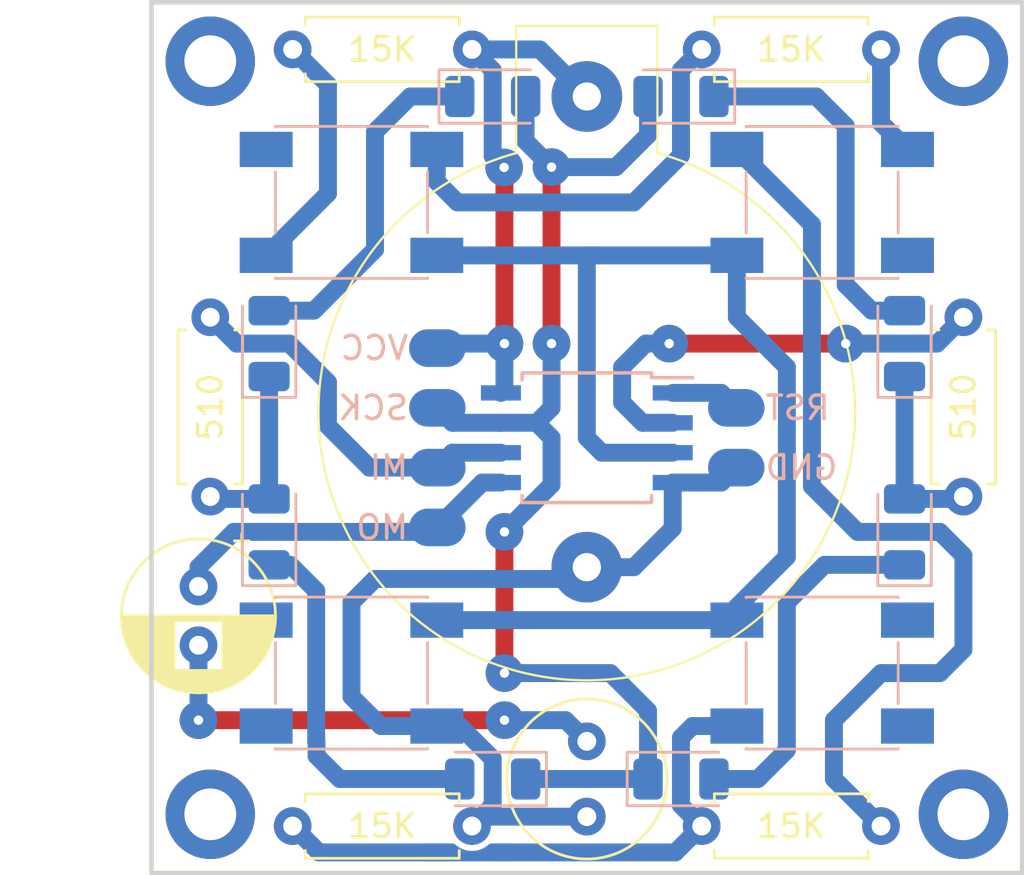
<source format=kicad_pcb>
(kicad_pcb (version 20221018) (generator pcbnew)
  (layers (0 "F.Cu" signal) (31 "B.Cu" signal) (34 "B.Paste" user) (35 "F.Paste" user) (36 "B.SilkS" user "B.Silkscreen") (37 "F.SilkS" user "F.Silkscreen") (38 "B.Mask" user) (39 "F.Mask" user) (44 "Edge.Cuts" user))
  (net 0 "")
  (net 1 "VCC")
  (net 2 "GND")
  (net 3 "Net-(BZ1--)")
  (net 4 "Net-(D1-K)")
  (net 5 "Net-(D1-A)")
  (net 6 "LEDC")
  (net 7 "Net-(D3-K)")
  (net 8 "Net-(D4-K)")
  (net 9 "Net-(D5-K)")
  (net 10 "Net-(D7-A)")
  (net 11 "LED2")
  (net 12 "LED1")
  (net 13 "Net-(R3-Pad1)")
  (net 14 "Net-(R3-Pad2)")
  (net 15 "Net-(R4-Pad2)")
  (net 16 "BTN")
  (net 17 "SND")
  (net 18 "RST")
  (net 21 "Net-(R6-Pad1)")
  (net 23 "Net-(R4-Pad1)")
  (footprint "MountingHole:MountingHole_2.2mm_M2_DIN965_Pad" (layer "F.Cu") (at 51 19)
    (fp_text reference "REF**" hide)
    (fp_text value "MountingHole_2.2mm_M2_DIN965_Pad" hide)
    (pad "1" thru_hole circle (at 0 0) (size 3.8 3.8) (drill 2.2) (layers "*.Cu" "*.Mask"))
  )
  (footprint "Resistor_THT:R_Axial_DIN0207_L6.3mm_D2.5mm_P7.62mm_Horizontal" (layer "F.Cu") (at 19 37.5 90)
    (fp_text reference "R1" hide)
    (fp_text value "510" (at 3.81 0 90) (layer "F.SilkS"))
    (fp_line (start 0.54 -1.37) (end 7.08 -1.37) (stroke (width 0.12)) (layer "F.SilkS"))
    (fp_line (start 0.54 -1.04) (end 0.54 -1.37) (stroke (width 0.12)) (layer "F.SilkS"))
    (fp_line (start 0.54 1.04) (end 0.54 1.37) (stroke (width 0.12)) (layer "F.SilkS"))
    (fp_line (start 0.54 1.37) (end 7.08 1.37) (stroke (width 0.12)) (layer "F.SilkS"))
    (fp_line (start 7.08 -1.37) (end 7.08 -1.04) (stroke (width 0.12)) (layer "F.SilkS"))
    (fp_line (start 7.08 1.37) (end 7.08 1.04) (stroke (width 0.12)) (layer "F.SilkS"))
    (pad "1" thru_hole circle (at 0 0 90) (size 1.6 1.6) (drill 0.8) (layers "*.Cu" "*.Mask") (net 4 "Net-(D1-K)"))
    (pad "2" thru_hole oval (at 7.62 0 90) (size 1.6 1.6) (drill 0.8) (layers "*.Cu" "*.Mask") (net 11 "LED2"))
  )
  (footprint "Capacitor_THT:CP_Radial_D6.3mm_P2.50mm" (layer "F.Cu") (at 18.5 41.317621 -90)
    (fp_text reference "C1" hide)
    (fp_text value "100uF")
    (fp_line (start -2.250241 -1.839) (end -1.620241 -1.839) (stroke (width 0.12)) (layer "F.SilkS"))
    (fp_line (start -1.935241 -2.154) (end -1.935241 -1.524) (stroke (width 0.12)) (layer "F.SilkS"))
    (fp_line (start 1.25 -3.23) (end 1.25 3.23) (stroke (width 0.12)) (layer "F.SilkS"))
    (fp_line (start 1.29 -3.23) (end 1.29 3.23) (stroke (width 0.12)) (layer "F.SilkS"))
    (fp_line (start 1.33 -3.23) (end 1.33 3.23) (stroke (width 0.12)) (layer "F.SilkS"))
    (fp_line (start 1.37 -3.228) (end 1.37 3.228) (stroke (width 0.12)) (layer "F.SilkS"))
    (fp_line (start 1.41 -3.227) (end 1.41 3.227) (stroke (width 0.12)) (layer "F.SilkS"))
    (fp_line (start 1.45 -3.224) (end 1.45 3.224) (stroke (width 0.12)) (layer "F.SilkS"))
    (fp_line (start 1.49 -3.222) (end 1.49 -1.04) (stroke (width 0.12)) (layer "F.SilkS"))
    (fp_line (start 1.49 1.04) (end 1.49 3.222) (stroke (width 0.12)) (layer "F.SilkS"))
    (fp_line (start 1.53 -3.218) (end 1.53 -1.04) (stroke (width 0.12)) (layer "F.SilkS"))
    (fp_line (start 1.53 1.04) (end 1.53 3.218) (stroke (width 0.12)) (layer "F.SilkS"))
    (fp_line (start 1.57 -3.215) (end 1.57 -1.04) (stroke (width 0.12)) (layer "F.SilkS"))
    (fp_line (start 1.57 1.04) (end 1.57 3.215) (stroke (width 0.12)) (layer "F.SilkS"))
    (fp_line (start 1.61 -3.211) (end 1.61 -1.04) (stroke (width 0.12)) (layer "F.SilkS"))
    (fp_line (start 1.61 1.04) (end 1.61 3.211) (stroke (width 0.12)) (layer "F.SilkS"))
    (fp_line (start 1.65 -3.206) (end 1.65 -1.04) (stroke (width 0.12)) (layer "F.SilkS"))
    (fp_line (start 1.65 1.04) (end 1.65 3.206) (stroke (width 0.12)) (layer "F.SilkS"))
    (fp_line (start 1.69 -3.201) (end 1.69 -1.04) (stroke (width 0.12)) (layer "F.SilkS"))
    (fp_line (start 1.69 1.04) (end 1.69 3.201) (stroke (width 0.12)) (layer "F.SilkS"))
    (fp_line (start 1.73 -3.195) (end 1.73 -1.04) (stroke (width 0.12)) (layer "F.SilkS"))
    (fp_line (start 1.73 1.04) (end 1.73 3.195) (stroke (width 0.12)) (layer "F.SilkS"))
    (fp_line (start 1.77 -3.189) (end 1.77 -1.04) (stroke (width 0.12)) (layer "F.SilkS"))
    (fp_line (start 1.77 1.04) (end 1.77 3.189) (stroke (width 0.12)) (layer "F.SilkS"))
    (fp_line (start 1.81 -3.182) (end 1.81 -1.04) (stroke (width 0.12)) (layer "F.SilkS"))
    (fp_line (start 1.81 1.04) (end 1.81 3.182) (stroke (width 0.12)) (layer "F.SilkS"))
    (fp_line (start 1.85 -3.175) (end 1.85 -1.04) (stroke (width 0.12)) (layer "F.SilkS"))
    (fp_line (start 1.85 1.04) (end 1.85 3.175) (stroke (width 0.12)) (layer "F.SilkS"))
    (fp_line (start 1.89 -3.167) (end 1.89 -1.04) (stroke (width 0.12)) (layer "F.SilkS"))
    (fp_line (start 1.89 1.04) (end 1.89 3.167) (stroke (width 0.12)) (layer "F.SilkS"))
    (fp_line (start 1.93 -3.159) (end 1.93 -1.04) (stroke (width 0.12)) (layer "F.SilkS"))
    (fp_line (start 1.93 1.04) (end 1.93 3.159) (stroke (width 0.12)) (layer "F.SilkS"))
    (fp_line (start 1.971 -3.15) (end 1.971 -1.04) (stroke (width 0.12)) (layer "F.SilkS"))
    (fp_line (start 1.971 1.04) (end 1.971 3.15) (stroke (width 0.12)) (layer "F.SilkS"))
    (fp_line (start 2.011 -3.141) (end 2.011 -1.04) (stroke (width 0.12)) (layer "F.SilkS"))
    (fp_line (start 2.011 1.04) (end 2.011 3.141) (stroke (width 0.12)) (layer "F.SilkS"))
    (fp_line (start 2.051 -3.131) (end 2.051 -1.04) (stroke (width 0.12)) (layer "F.SilkS"))
    (fp_line (start 2.051 1.04) (end 2.051 3.131) (stroke (width 0.12)) (layer "F.SilkS"))
    (fp_line (start 2.091 -3.121) (end 2.091 -1.04) (stroke (width 0.12)) (layer "F.SilkS"))
    (fp_line (start 2.091 1.04) (end 2.091 3.121) (stroke (width 0.12)) (layer "F.SilkS"))
    (fp_line (start 2.131 -3.11) (end 2.131 -1.04) (stroke (width 0.12)) (layer "F.SilkS"))
    (fp_line (start 2.131 1.04) (end 2.131 3.11) (stroke (width 0.12)) (layer "F.SilkS"))
    (fp_line (start 2.171 -3.098) (end 2.171 -1.04) (stroke (width 0.12)) (layer "F.SilkS"))
    (fp_line (start 2.171 1.04) (end 2.171 3.098) (stroke (width 0.12)) (layer "F.SilkS"))
    (fp_line (start 2.211 -3.086) (end 2.211 -1.04) (stroke (width 0.12)) (layer "F.SilkS"))
    (fp_line (start 2.211 1.04) (end 2.211 3.086) (stroke (width 0.12)) (layer "F.SilkS"))
    (fp_line (start 2.251 -3.074) (end 2.251 -1.04) (stroke (width 0.12)) (layer "F.SilkS"))
    (fp_line (start 2.251 1.04) (end 2.251 3.074) (stroke (width 0.12)) (layer "F.SilkS"))
    (fp_line (start 2.291 -3.061) (end 2.291 -1.04) (stroke (width 0.12)) (layer "F.SilkS"))
    (fp_line (start 2.291 1.04) (end 2.291 3.061) (stroke (width 0.12)) (layer "F.SilkS"))
    (fp_line (start 2.331 -3.047) (end 2.331 -1.04) (stroke (width 0.12)) (layer "F.SilkS"))
    (fp_line (start 2.331 1.04) (end 2.331 3.047) (stroke (width 0.12)) (layer "F.SilkS"))
    (fp_line (start 2.371 -3.033) (end 2.371 -1.04) (stroke (width 0.12)) (layer "F.SilkS"))
    (fp_line (start 2.371 1.04) (end 2.371 3.033) (stroke (width 0.12)) (layer "F.SilkS"))
    (fp_line (start 2.411 -3.018) (end 2.411 -1.04) (stroke (width 0.12)) (layer "F.SilkS"))
    (fp_line (start 2.411 1.04) (end 2.411 3.018) (stroke (width 0.12)) (layer "F.SilkS"))
    (fp_line (start 2.451 -3.002) (end 2.451 -1.04) (stroke (width 0.12)) (layer "F.SilkS"))
    (fp_line (start 2.451 1.04) (end 2.451 3.002) (stroke (width 0.12)) (layer "F.SilkS"))
    (fp_line (start 2.491 -2.986) (end 2.491 -1.04) (stroke (width 0.12)) (layer "F.SilkS"))
    (fp_line (start 2.491 1.04) (end 2.491 2.986) (stroke (width 0.12)) (layer "F.SilkS"))
    (fp_line (start 2.531 -2.97) (end 2.531 -1.04) (stroke (width 0.12)) (layer "F.SilkS"))
    (fp_line (start 2.531 1.04) (end 2.531 2.97) (stroke (width 0.12)) (layer "F.SilkS"))
    (fp_line (start 2.571 -2.952) (end 2.571 -1.04) (stroke (width 0.12)) (layer "F.SilkS"))
    (fp_line (start 2.571 1.04) (end 2.571 2.952) (stroke (width 0.12)) (layer "F.SilkS"))
    (fp_line (start 2.611 -2.934) (end 2.611 -1.04) (stroke (width 0.12)) (layer "F.SilkS"))
    (fp_line (start 2.611 1.04) (end 2.611 2.934) (stroke (width 0.12)) (layer "F.SilkS"))
    (fp_line (start 2.651 -2.916) (end 2.651 -1.04) (stroke (width 0.12)) (layer "F.SilkS"))
    (fp_line (start 2.651 1.04) (end 2.651 2.916) (stroke (width 0.12)) (layer "F.SilkS"))
    (fp_line (start 2.691 -2.896) (end 2.691 -1.04) (stroke (width 0.12)) (layer "F.SilkS"))
    (fp_line (start 2.691 1.04) (end 2.691 2.896) (stroke (width 0.12)) (layer "F.SilkS"))
    (fp_line (start 2.731 -2.876) (end 2.731 -1.04) (stroke (width 0.12)) (layer "F.SilkS"))
    (fp_line (start 2.731 1.04) (end 2.731 2.876) (stroke (width 0.12)) (layer "F.SilkS"))
    (fp_line (start 2.771 -2.856) (end 2.771 -1.04) (stroke (width 0.12)) (layer "F.SilkS"))
    (fp_line (start 2.771 1.04) (end 2.771 2.856) (stroke (width 0.12)) (layer "F.SilkS"))
    (fp_line (start 2.811 -2.834) (end 2.811 -1.04) (stroke (width 0.12)) (layer "F.SilkS"))
    (fp_line (start 2.811 1.04) (end 2.811 2.834) (stroke (width 0.12)) (layer "F.SilkS"))
    (fp_line (start 2.851 -2.812) (end 2.851 -1.04) (stroke (width 0.12)) (layer "F.SilkS"))
    (fp_line (start 2.851 1.04) (end 2.851 2.812) (stroke (width 0.12)) (layer "F.SilkS"))
    (fp_line (start 2.891 -2.79) (end 2.891 -1.04) (stroke (width 0.12)) (layer "F.SilkS"))
    (fp_line (start 2.891 1.04) (end 2.891 2.79) (stroke (width 0.12)) (layer "F.SilkS"))
    (fp_line (start 2.931 -2.766) (end 2.931 -1.04) (stroke (width 0.12)) (layer "F.SilkS"))
    (fp_line (start 2.931 1.04) (end 2.931 2.766) (stroke (width 0.12)) (layer "F.SilkS"))
    (fp_line (start 2.971 -2.742) (end 2.971 -1.04) (stroke (width 0.12)) (layer "F.SilkS"))
    (fp_line (start 2.971 1.04) (end 2.971 2.742) (stroke (width 0.12)) (layer "F.SilkS"))
    (fp_line (start 3.011 -2.716) (end 3.011 -1.04) (stroke (width 0.12)) (layer "F.SilkS"))
    (fp_line (start 3.011 1.04) (end 3.011 2.716) (stroke (width 0.12)) (layer "F.SilkS"))
    (fp_line (start 3.051 -2.69) (end 3.051 -1.04) (stroke (width 0.12)) (layer "F.SilkS"))
    (fp_line (start 3.051 1.04) (end 3.051 2.69) (stroke (width 0.12)) (layer "F.SilkS"))
    (fp_line (start 3.091 -2.664) (end 3.091 -1.04) (stroke (width 0.12)) (layer "F.SilkS"))
    (fp_line (start 3.091 1.04) (end 3.091 2.664) (stroke (width 0.12)) (layer "F.SilkS"))
    (fp_line (start 3.131 -2.636) (end 3.131 -1.04) (stroke (width 0.12)) (layer "F.SilkS"))
    (fp_line (start 3.131 1.04) (end 3.131 2.636) (stroke (width 0.12)) (layer "F.SilkS"))
    (fp_line (start 3.171 -2.607) (end 3.171 -1.04) (stroke (width 0.12)) (layer "F.SilkS"))
    (fp_line (start 3.171 1.04) (end 3.171 2.607) (stroke (width 0.12)) (layer "F.SilkS"))
    (fp_line (start 3.211 -2.578) (end 3.211 -1.04) (stroke (width 0.12)) (layer "F.SilkS"))
    (fp_line (start 3.211 1.04) (end 3.211 2.578) (stroke (width 0.12)) (layer "F.SilkS"))
    (fp_line (start 3.251 -2.548) (end 3.251 -1.04) (stroke (width 0.12)) (layer "F.SilkS"))
    (fp_line (start 3.251 1.04) (end 3.251 2.548) (stroke (width 0.12)) (layer "F.SilkS"))
    (fp_line (start 3.291 -2.516) (end 3.291 -1.04) (stroke (width 0.12)) (layer "F.SilkS"))
    (fp_line (start 3.291 1.04) (end 3.291 2.516) (stroke (width 0.12)) (layer "F.SilkS"))
    (fp_line (start 3.331 -2.484) (end 3.331 -1.04) (stroke (width 0.12)) (layer "F.SilkS"))
    (fp_line (start 3.331 1.04) (end 3.331 2.484) (stroke (width 0.12)) (layer "F.SilkS"))
    (fp_line (start 3.371 -2.45) (end 3.371 -1.04) (stroke (width 0.12)) (layer "F.SilkS"))
    (fp_line (start 3.371 1.04) (end 3.371 2.45) (stroke (width 0.12)) (layer "F.SilkS"))
    (fp_line (start 3.411 -2.416) (end 3.411 -1.04) (stroke (width 0.12)) (layer "F.SilkS"))
    (fp_line (start 3.411 1.04) (end 3.411 2.416) (stroke (width 0.12)) (layer "F.SilkS"))
    (fp_line (start 3.451 -2.38) (end 3.451 -1.04) (stroke (width 0.12)) (layer "F.SilkS"))
    (fp_line (start 3.451 1.04) (end 3.451 2.38) (stroke (width 0.12)) (layer "F.SilkS"))
    (fp_line (start 3.491 -2.343) (end 3.491 -1.04) (stroke (width 0.12)) (layer "F.SilkS"))
    (fp_line (start 3.491 1.04) (end 3.491 2.343) (stroke (width 0.12)) (layer "F.SilkS"))
    (fp_line (start 3.531 -2.305) (end 3.531 -1.04) (stroke (width 0.12)) (layer "F.SilkS"))
    (fp_line (start 3.531 1.04) (end 3.531 2.305) (stroke (width 0.12)) (layer "F.SilkS"))
    (fp_line (start 3.571 -2.265) (end 3.571 2.265) (stroke (width 0.12)) (layer "F.SilkS"))
    (fp_line (start 3.611 -2.224) (end 3.611 2.224) (stroke (width 0.12)) (layer "F.SilkS"))
    (fp_line (start 3.651 -2.182) (end 3.651 2.182) (stroke (width 0.12)) (layer "F.SilkS"))
    (fp_line (start 3.691 -2.137) (end 3.691 2.137) (stroke (width 0.12)) (layer "F.SilkS"))
    (fp_line (start 3.731 -2.092) (end 3.731 2.092) (stroke (width 0.12)) (layer "F.SilkS"))
    (fp_line (start 3.771 -2.044) (end 3.771 2.044) (stroke (width 0.12)) (layer "F.SilkS"))
    (fp_line (start 3.811 -1.995) (end 3.811 1.995) (stroke (width 0.12)) (layer "F.SilkS"))
    (fp_line (start 3.851 -1.944) (end 3.851 1.944) (stroke (width 0.12)) (layer "F.SilkS"))
    (fp_line (start 3.891 -1.89) (end 3.891 1.89) (stroke (width 0.12)) (layer "F.SilkS"))
    (fp_line (start 3.931 -1.834) (end 3.931 1.834) (stroke (width 0.12)) (layer "F.SilkS"))
    (fp_line (start 3.971 -1.776) (end 3.971 1.776) (stroke (width 0.12)) (layer "F.SilkS"))
    (fp_line (start 4.011 -1.714) (end 4.011 1.714) (stroke (width 0.12)) (layer "F.SilkS"))
    (fp_line (start 4.051 -1.65) (end 4.051 1.65) (stroke (width 0.12)) (layer "F.SilkS"))
    (fp_line (start 4.091 -1.581) (end 4.091 1.581) (stroke (width 0.12)) (layer "F.SilkS"))
    (fp_line (start 4.131 -1.509) (end 4.131 1.509) (stroke (width 0.12)) (layer "F.SilkS"))
    (fp_line (start 4.171 -1.432) (end 4.171 1.432) (stroke (width 0.12)) (layer "F.SilkS"))
    (fp_line (start 4.211 -1.35) (end 4.211 1.35) (stroke (width 0.12)) (layer "F.SilkS"))
    (fp_line (start 4.251 -1.262) (end 4.251 1.262) (stroke (width 0.12)) (layer "F.SilkS"))
    (fp_line (start 4.291 -1.165) (end 4.291 1.165) (stroke (width 0.12)) (layer "F.SilkS"))
    (fp_line (start 4.331 -1.059) (end 4.331 1.059) (stroke (width 0.12)) (layer "F.SilkS"))
    (fp_line (start 4.371 -0.94) (end 4.371 0.94) (stroke (width 0.12)) (layer "F.SilkS"))
    (fp_line (start 4.411 -0.802) (end 4.411 0.802) (stroke (width 0.12)) (layer "F.SilkS"))
    (fp_line (start 4.451 -0.633) (end 4.451 0.633) (stroke (width 0.12)) (layer "F.SilkS"))
    (fp_line (start 4.491 -0.402) (end 4.491 0.402) (stroke (width 0.12)) (layer "F.SilkS"))
    (fp_circle (center 1.25 0) (end 4.52 0) (stroke (width 0.12)) (fill none) (layer "F.SilkS"))
    (pad "1" thru_hole circle (at 0 0 270) (size 1.6 1.6) (drill 0.8) (layers "*.Cu" "*.Mask") (net 17 "SND"))
    (pad "2" thru_hole circle (at 2.5 0 270) (size 1.6 1.6) (drill 0.8) (layers "*.Cu" "*.Mask") (net 3 "Net-(BZ1--)"))
  )
  (footprint "Buzzer_Beeper:MagneticBuzzer_Kingstate_KCG0601" (layer "F.Cu") (at 35 47.9 -90)
    (fp_text reference "BZ1" hide)
    (fp_text value "Buzzer" hide)
    (fp_circle (center 1.6 0) (end 5 0) (stroke (width 0.12)) (fill none) (layer "F.SilkS"))
    (pad "1" thru_hole circle (at 0 0 270) (size 1.6 1.6) (drill 0.8) (layers "*.Cu" "*.Mask") (net 3 "Net-(BZ1--)"))
    (pad "2" thru_hole circle (at 3.2 0 270) (size 1.6 1.6) (drill 0.8) (layers "*.Cu" "*.Mask") (net 2 "GND"))
  )
  (footprint "Resistor_THT:R_Axial_DIN0207_L6.3mm_D2.5mm_P7.62mm_Horizontal" (layer "F.Cu") (at 47.5 51.5 180)
    (fp_text reference "R4" hide)
    (fp_text value "15K" (at 3.81 0) (layer "F.SilkS"))
    (fp_line (start 0.54 -1.37) (end 7.08 -1.37) (stroke (width 0.12)) (layer "F.SilkS"))
    (fp_line (start 0.54 -1.04) (end 0.54 -1.37) (stroke (width 0.12)) (layer "F.SilkS"))
    (fp_line (start 0.54 1.04) (end 0.54 1.37) (stroke (width 0.12)) (layer "F.SilkS"))
    (fp_line (start 0.54 1.37) (end 7.08 1.37) (stroke (width 0.12)) (layer "F.SilkS"))
    (fp_line (start 7.08 -1.37) (end 7.08 -1.04) (stroke (width 0.12)) (layer "F.SilkS"))
    (fp_line (start 7.08 1.37) (end 7.08 1.04) (stroke (width 0.12)) (layer "F.SilkS"))
    (pad "1" thru_hole circle (at 0 0 180) (size 1.6 1.6) (drill 0.8) (layers "*.Cu" "*.Mask") (net 23 "Net-(R4-Pad1)"))
    (pad "2" thru_hole oval (at 7.62 0 180) (size 1.6 1.6) (drill 0.8) (layers "*.Cu" "*.Mask") (net 15 "Net-(R4-Pad2)"))
  )
  (footprint "Resistor_THT:R_Axial_DIN0207_L6.3mm_D2.5mm_P7.62mm_Horizontal" (layer "F.Cu") (at 22.5 51.5)
    (fp_text reference "R5" hide)
    (fp_text value "15K" (at 3.81 0) (layer "F.SilkS"))
    (fp_line (start 0.54 -1.37) (end 7.08 -1.37) (stroke (width 0.12)) (layer "F.SilkS"))
    (fp_line (start 0.54 -1.04) (end 0.54 -1.37) (stroke (width 0.12)) (layer "F.SilkS"))
    (fp_line (start 0.54 1.04) (end 0.54 1.37) (stroke (width 0.12)) (layer "F.SilkS"))
    (fp_line (start 0.54 1.37) (end 7.08 1.37) (stroke (width 0.12)) (layer "F.SilkS"))
    (fp_line (start 7.08 -1.37) (end 7.08 -1.04) (stroke (width 0.12)) (layer "F.SilkS"))
    (fp_line (start 7.08 1.37) (end 7.08 1.04) (stroke (width 0.12)) (layer "F.SilkS"))
    (pad "1" thru_hole circle (at 0 0) (size 1.6 1.6) (drill 0.8) (layers "*.Cu" "*.Mask") (net 15 "Net-(R4-Pad2)"))
    (pad "2" thru_hole oval (at 7.62 0) (size 1.6 1.6) (drill 0.8) (layers "*.Cu" "*.Mask") (net 2 "GND"))
  )
  (footprint "Resistor_THT:R_Axial_DIN0207_L6.3mm_D2.5mm_P7.62mm_Horizontal" (layer "F.Cu") (at 51 37.5 90)
    (fp_text reference "R2" hide)
    (fp_text value "510" (at 3.81 0 90) (layer "F.SilkS"))
    (fp_line (start 0.54 -1.37) (end 7.08 -1.37) (stroke (width 0.12)) (layer "F.SilkS"))
    (fp_line (start 0.54 -1.04) (end 0.54 -1.37) (stroke (width 0.12)) (layer "F.SilkS"))
    (fp_line (start 0.54 1.04) (end 0.54 1.37) (stroke (width 0.12)) (layer "F.SilkS"))
    (fp_line (start 0.54 1.37) (end 7.08 1.37) (stroke (width 0.12)) (layer "F.SilkS"))
    (fp_line (start 7.08 -1.37) (end 7.08 -1.04) (stroke (width 0.12)) (layer "F.SilkS"))
    (fp_line (start 7.08 1.37) (end 7.08 1.04) (stroke (width 0.12)) (layer "F.SilkS"))
    (pad "1" thru_hole circle (at 0 0 90) (size 1.6 1.6) (drill 0.8) (layers "*.Cu" "*.Mask") (net 8 "Net-(D4-K)"))
    (pad "2" thru_hole oval (at 7.62 0 90) (size 1.6 1.6) (drill 0.8) (layers "*.Cu" "*.Mask") (net 12 "LED1"))
  )
  (footprint "Battery:BatteryHolder_KLS5_CR2032_02" (layer "F.Cu") (at 35 34 90)
    (fp_text reference "BT1" hide)
    (fp_text value "3V" hide)
    (fp_line (start 11.094784 -3) (end 16.5 -3) (stroke (width 0.1)) (layer "F.SilkS"))
    (fp_line (start 16.5 -3) (end 16.5 3) (stroke (width 0.1)) (layer "F.SilkS"))
    (fp_line (start 16.5 3) (end 11.094784 3) (stroke (width 0.1)) (layer "F.SilkS"))
    (fp_arc (start 11.094784 3) (mid -11.306968 0) (end 11.094784 -3) (stroke (width 0.1)) (layer "F.SilkS"))
    (pad "1" thru_hole circle (at 13.5 0 90) (size 3 3) (drill 1.2) (layers "*.Cu" "*.Mask") (net 1 "VCC"))
    (pad "2" thru_hole circle (at -6.5 0 90) (size 3 3) (drill 1.2) (layers "*.Cu" "*.Mask") (net 2 "GND"))
  )
  (footprint "Resistor_THT:R_Axial_DIN0207_L6.3mm_D2.5mm_P7.62mm_Horizontal" (layer "F.Cu") (at 22.5 18.5)
    (fp_text reference "R6" hide)
    (fp_text value "15K" (at 3.81 0) (layer "F.SilkS"))
    (fp_line (start 0.54 -1.37) (end 7.08 -1.37) (stroke (width 0.12)) (layer "F.SilkS"))
    (fp_line (start 0.54 -1.04) (end 0.54 -1.37) (stroke (width 0.12)) (layer "F.SilkS"))
    (fp_line (start 0.54 1.04) (end 0.54 1.37) (stroke (width 0.12)) (layer "F.SilkS"))
    (fp_line (start 0.54 1.37) (end 7.08 1.37) (stroke (width 0.12)) (layer "F.SilkS"))
    (fp_line (start 7.08 -1.37) (end 7.08 -1.04) (stroke (width 0.12)) (layer "F.SilkS"))
    (fp_line (start 7.08 1.37) (end 7.08 1.04) (stroke (width 0.12)) (layer "F.SilkS"))
    (pad "1" thru_hole circle (at 0 0) (size 1.6 1.6) (drill 0.8) (layers "*.Cu" "*.Mask") (net 21 "Net-(R6-Pad1)"))
    (pad "2" thru_hole oval (at 7.62 0) (size 1.6 1.6) (drill 0.8) (layers "*.Cu" "*.Mask") (net 1 "VCC"))
  )
  (footprint "MountingHole:MountingHole_2.2mm_M2_DIN965_Pad" (layer "F.Cu") (at 19 51)
    (fp_text reference "REF**" hide)
    (fp_text value "MountingHole_2.2mm_M2_DIN965_Pad" hide)
    (pad "1" thru_hole circle (at 0 0) (size 3.8 3.8) (drill 2.2) (layers "*.Cu" "*.Mask"))
  )
  (footprint "Resistor_THT:R_Axial_DIN0207_L6.3mm_D2.5mm_P7.62mm_Horizontal" (layer "F.Cu") (at 39.88 18.5)
    (fp_text reference "R3" hide)
    (fp_text value "15K" (at 3.81 0) (layer "F.SilkS"))
    (fp_line (start 0.54 -1.37) (end 7.08 -1.37) (stroke (width 0.12)) (layer "F.SilkS"))
    (fp_line (start 0.54 -1.04) (end 0.54 -1.37) (stroke (width 0.12)) (layer "F.SilkS"))
    (fp_line (start 0.54 1.04) (end 0.54 1.37) (stroke (width 0.12)) (layer "F.SilkS"))
    (fp_line (start 0.54 1.37) (end 7.08 1.37) (stroke (width 0.12)) (layer "F.SilkS"))
    (fp_line (start 7.08 -1.37) (end 7.08 -1.04) (stroke (width 0.12)) (layer "F.SilkS"))
    (fp_line (start 7.08 1.37) (end 7.08 1.04) (stroke (width 0.12)) (layer "F.SilkS"))
    (pad "1" thru_hole circle (at 0 0) (size 1.6 1.6) (drill 0.8) (layers "*.Cu" "*.Mask") (net 13 "Net-(R3-Pad1)"))
    (pad "2" thru_hole oval (at 7.62 0) (size 1.6 1.6) (drill 0.8) (layers "*.Cu" "*.Mask") (net 14 "Net-(R3-Pad2)"))
  )
  (footprint "MountingHole:MountingHole_2.2mm_M2_DIN965_Pad" (layer "F.Cu") (at 51 51)
    (fp_text reference "REF**" hide)
    (fp_text value "MountingHole_2.2mm_M2_DIN965_Pad" hide)
    (pad "1" thru_hole circle (at 0 0) (size 3.8 3.8) (drill 2.2) (layers "*.Cu" "*.Mask"))
  )
  (footprint "MountingHole:MountingHole_2.2mm_M2_DIN965_Pad" (layer "F.Cu") (at 19 19)
    (fp_text reference "REF**" hide)
    (fp_text value "MountingHole_2.2mm_M2_DIN965_Pad" hide)
    (pad "1" thru_hole circle (at 0 0) (size 3.8 3.8) (drill 2.2) (layers "*.Cu" "*.Mask"))
  )
  (footprint "TestPoint:TestPoint_Pad_D1.5mm" (layer "B.Cu") (at 28.65 38.81 180)
    (fp_text reference "TP6" hide)
    (fp_text value "MO" (at 1.15 0) (layer "B.SilkS") (effects (justify left mirror)))
    (pad "1" smd oval (at 0 0 180) (size 2.4 1.6) (layers "B.Cu" "B.Mask") (net 17 "SND"))
  )
  (footprint "LED_SMD:LED_1206_3216Metric" (layer "B.Cu") (at 21.5 31 90)
    (fp_text reference "D1" hide)
    (fp_text value "LED_Small" hide)
    (fp_line (start -2.285 -1.135) (end 1.6 -1.135) (stroke (width 0.12)) (layer "B.SilkS"))
    (fp_line (start -2.285 1.135) (end -2.285 -1.135) (stroke (width 0.12)) (layer "B.SilkS"))
    (fp_line (start 1.6 1.135) (end -2.285 1.135) (stroke (width 0.12)) (layer "B.SilkS"))
    (pad "1" smd roundrect (at -1.4 0 90) (size 1.25 1.75) (layers "B.Cu" "B.Paste" "B.Mask") (roundrect_rratio 0.2) (net 4 "Net-(D1-K)"))
    (pad "2" smd roundrect (at 1.4 0 90) (size 1.25 1.75) (layers "B.Cu" "B.Paste" "B.Mask") (roundrect_rratio 0.2) (net 5 "Net-(D1-A)"))
  )
  (footprint "Package_SO:SOIC-8W_5.3x5.3mm_P1.27mm" (layer "B.Cu") (at 35 35 180)
    (fp_text reference "U1" hide)
    (fp_text value "ATtiny13A-S" hide)
    (fp_line (start -2.75 -2.755) (end -2.75 -2.455) (stroke (width 0.15)) (layer "B.SilkS"))
    (fp_line (start -2.75 -2.755) (end 2.75 -2.755) (stroke (width 0.15)) (layer "B.SilkS"))
    (fp_line (start -2.75 2.55) (end -4.5 2.55) (stroke (width 0.15)) (layer "B.SilkS"))
    (fp_line (start -2.75 2.755) (end -2.75 2.55) (stroke (width 0.15)) (layer "B.SilkS"))
    (fp_line (start -2.75 2.755) (end 2.75 2.755) (stroke (width 0.15)) (layer "B.SilkS"))
    (fp_line (start 2.75 -2.755) (end 2.75 -2.455) (stroke (width 0.15)) (layer "B.SilkS"))
    (fp_line (start 2.75 2.755) (end 2.75 2.455) (stroke (width 0.15)) (layer "B.SilkS"))
    (pad "1" smd rect (at -3.65 1.905 180) (size 1.7 0.65) (layers "B.Cu" "B.Paste" "B.Mask") (net 18 "RST"))
    (pad "2" smd rect (at -3.65 0.635 180) (size 1.7 0.65) (layers "B.Cu" "B.Paste" "B.Mask") (net 12 "LED1"))
    (pad "3" smd rect (at -3.65 -0.635 180) (size 1.7 0.65) (layers "B.Cu" "B.Paste" "B.Mask") (net 16 "BTN"))
    (pad "4" smd rect (at -3.65 -1.905 180) (size 1.7 0.65) (layers "B.Cu" "B.Paste" "B.Mask") (net 2 "GND"))
    (pad "5" smd rect (at 3.65 -1.905 180) (size 1.7 0.65) (layers "B.Cu" "B.Paste" "B.Mask") (net 17 "SND"))
    (pad "6" smd rect (at 3.65 -0.635 180) (size 1.7 0.65) (layers "B.Cu" "B.Paste" "B.Mask") (net 11 "LED2"))
    (pad "7" smd rect (at 3.65 0.635 180) (size 1.7 0.65) (layers "B.Cu" "B.Paste" "B.Mask") (net 6 "LEDC"))
    (pad "8" smd rect (at 3.65 1.905 180) (size 1.7 0.65) (layers "B.Cu" "B.Paste" "B.Mask") (net 1 "VCC"))
  )
  (footprint "Button_Switch_SMD:SW_Push_6x6mm" (layer "B.Cu") (at 45 45)
    (fp_text reference "SW3" hide)
    (fp_text value "~" hide)
    (fp_line (start -3.23 -3.23) (end -3.23 -3.2) (stroke (width 0.12)) (layer "B.SilkS"))
    (fp_line (start -3.23 -3.23) (end 3.23 -3.23) (stroke (width 0.12)) (layer "B.SilkS"))
    (fp_line (start -3.23 1.3) (end -3.23 -1.3) (stroke (width 0.12)) (layer "B.SilkS"))
    (fp_line (start -3.23 3.2) (end -3.23 3.23) (stroke (width 0.12)) (layer "B.SilkS"))
    (fp_line (start -3.23 3.23) (end 3.23 3.23) (stroke (width 0.12)) (layer "B.SilkS"))
    (fp_line (start 3.23 -3.23) (end 3.23 -3.2) (stroke (width 0.12)) (layer "B.SilkS"))
    (fp_line (start 3.23 1.3) (end 3.23 -1.3) (stroke (width 0.12)) (layer "B.SilkS"))
    (fp_line (start 3.23 3.23) (end 3.23 3.2) (stroke (width 0.12)) (layer "B.SilkS"))
    (pad "1" smd rect (at -3.625 2.25) (size 2.25 1.5) (layers "B.Cu" "B.Paste" "B.Mask") (net 15 "Net-(R4-Pad2)"))
    (pad "2" smd rect (at 3.625 2.25) (size 2.25 1.5) (layers "B.Cu" "B.Paste" "B.Mask"))
    (pad "3" smd rect (at -3.625 -2.25) (size 2.25 1.5) (layers "B.Cu" "B.Paste" "B.Mask") (net 16 "BTN"))
    (pad "4" smd rect (at 3.625 -2.25) (size 2.25 1.5) (layers "B.Cu" "B.Paste" "B.Mask"))
  )
  (footprint "TestPoint:TestPoint_Pad_D1.5mm" (layer "B.Cu") (at 28.65 33.73 180)
    (fp_text reference "TP4" hide)
    (fp_text value "SCK" (at 1.15 0) (layer "B.SilkS") (effects (justify left mirror)))
    (pad "1" smd oval (at 0 0 180) (size 2.4 1.6) (layers "B.Cu" "B.Mask") (net 6 "LEDC"))
  )
  (footprint "LED_SMD:LED_1206_3216Metric" (layer "B.Cu") (at 39 20.5 180)
    (fp_text reference "D3" hide)
    (fp_text value "LED_Small" hide)
    (fp_line (start -2.285 -1.135) (end 1.6 -1.135) (stroke (width 0.12)) (layer "B.SilkS"))
    (fp_line (start -2.285 1.135) (end -2.285 -1.135) (stroke (width 0.12)) (layer "B.SilkS"))
    (fp_line (start 1.6 1.135) (end -2.285 1.135) (stroke (width 0.12)) (layer "B.SilkS"))
    (pad "1" smd roundrect (at -1.4 0 180) (size 1.25 1.75) (layers "B.Cu" "B.Paste" "B.Mask") (roundrect_rratio 0.2) (net 7 "Net-(D3-K)"))
    (pad "2" smd roundrect (at 1.4 0 180) (size 1.25 1.75) (layers "B.Cu" "B.Paste" "B.Mask") (roundrect_rratio 0.2) (net 6 "LEDC"))
  )
  (footprint "LED_SMD:LED_1206_3216Metric" (layer "B.Cu") (at 48.5 39 90)
    (fp_text reference "D8" hide)
    (fp_text value "LED_Small" hide)
    (fp_line (start -2.285 -1.135) (end 1.6 -1.135) (stroke (width 0.12)) (layer "B.SilkS"))
    (fp_line (start -2.285 1.135) (end -2.285 -1.135) (stroke (width 0.12)) (layer "B.SilkS"))
    (fp_line (start 1.6 1.135) (end -2.285 1.135) (stroke (width 0.12)) (layer "B.SilkS"))
    (pad "1" smd roundrect (at -1.4 0 90) (size 1.25 1.75) (layers "B.Cu" "B.Paste" "B.Mask") (roundrect_rratio 0.2) (net 10 "Net-(D7-A)"))
    (pad "2" smd roundrect (at 1.4 0 90) (size 1.25 1.75) (layers "B.Cu" "B.Paste" "B.Mask") (roundrect_rratio 0.2) (net 8 "Net-(D4-K)"))
  )
  (footprint "Button_Switch_SMD:SW_Push_6x6mm" (layer "B.Cu") (at 25 25 180)
    (fp_text reference "SW1" hide)
    (fp_text value "~" hide)
    (fp_line (start -3.23 -3.23) (end -3.23 -3.2) (stroke (width 0.12)) (layer "B.SilkS"))
    (fp_line (start -3.23 -3.23) (end 3.23 -3.23) (stroke (width 0.12)) (layer "B.SilkS"))
    (fp_line (start -3.23 1.3) (end -3.23 -1.3) (stroke (width 0.12)) (layer "B.SilkS"))
    (fp_line (start -3.23 3.2) (end -3.23 3.23) (stroke (width 0.12)) (layer "B.SilkS"))
    (fp_line (start -3.23 3.23) (end 3.23 3.23) (stroke (width 0.12)) (layer "B.SilkS"))
    (fp_line (start 3.23 -3.23) (end 3.23 -3.2) (stroke (width 0.12)) (layer "B.SilkS"))
    (fp_line (start 3.23 1.3) (end 3.23 -1.3) (stroke (width 0.12)) (layer "B.SilkS"))
    (fp_line (start 3.23 3.23) (end 3.23 3.2) (stroke (width 0.12)) (layer "B.SilkS"))
    (pad "1" smd rect (at -3.625 2.25 180) (size 2.25 1.5) (layers "B.Cu" "B.Paste" "B.Mask") (net 13 "Net-(R3-Pad1)"))
    (pad "2" smd rect (at 3.625 2.25 180) (size 2.25 1.5) (layers "B.Cu" "B.Paste" "B.Mask"))
    (pad "3" smd rect (at -3.625 -2.25 180) (size 2.25 1.5) (layers "B.Cu" "B.Paste" "B.Mask") (net 16 "BTN"))
    (pad "4" smd rect (at 3.625 -2.25 180) (size 2.25 1.5) (layers "B.Cu" "B.Paste" "B.Mask") (net 21 "Net-(R6-Pad1)"))
  )
  (footprint "Button_Switch_SMD:SW_Push_6x6mm" (layer "B.Cu") (at 25 45)
    (fp_text reference "SW4" hide)
    (fp_text value "~" hide)
    (fp_line (start -3.23 -3.23) (end -3.23 -3.2) (stroke (width 0.12)) (layer "B.SilkS"))
    (fp_line (start -3.23 -3.23) (end 3.23 -3.23) (stroke (width 0.12)) (layer "B.SilkS"))
    (fp_line (start -3.23 1.3) (end -3.23 -1.3) (stroke (width 0.12)) (layer "B.SilkS"))
    (fp_line (start -3.23 3.2) (end -3.23 3.23) (stroke (width 0.12)) (layer "B.SilkS"))
    (fp_line (start -3.23 3.23) (end 3.23 3.23) (stroke (width 0.12)) (layer "B.SilkS"))
    (fp_line (start 3.23 -3.23) (end 3.23 -3.2) (stroke (width 0.12)) (layer "B.SilkS"))
    (fp_line (start 3.23 1.3) (end 3.23 -1.3) (stroke (width 0.12)) (layer "B.SilkS"))
    (fp_line (start 3.23 3.23) (end 3.23 3.2) (stroke (width 0.12)) (layer "B.SilkS"))
    (pad "1" smd rect (at -3.625 2.25) (size 2.25 1.5) (layers "B.Cu" "B.Paste" "B.Mask"))
    (pad "2" smd rect (at 3.625 2.25) (size 2.25 1.5) (layers "B.Cu" "B.Paste" "B.Mask") (net 2 "GND"))
    (pad "3" smd rect (at -3.625 -2.25) (size 2.25 1.5) (layers "B.Cu" "B.Paste" "B.Mask"))
    (pad "4" smd rect (at 3.625 -2.25) (size 2.25 1.5) (layers "B.Cu" "B.Paste" "B.Mask") (net 16 "BTN"))
  )
  (footprint "LED_SMD:LED_1206_3216Metric" (layer "B.Cu") (at 48.5 31 90)
    (fp_text reference "D4" hide)
    (fp_text value "LED_Small" hide)
    (fp_line (start -2.285 -1.135) (end 1.6 -1.135) (stroke (width 0.12)) (layer "B.SilkS"))
    (fp_line (start -2.285 1.135) (end -2.285 -1.135) (stroke (width 0.12)) (layer "B.SilkS"))
    (fp_line (start 1.6 1.135) (end -2.285 1.135) (stroke (width 0.12)) (layer "B.SilkS"))
    (pad "1" smd roundrect (at -1.4 0 90) (size 1.25 1.75) (layers "B.Cu" "B.Paste" "B.Mask") (roundrect_rratio 0.2) (net 8 "Net-(D4-K)"))
    (pad "2" smd roundrect (at 1.4 0 90) (size 1.25 1.75) (layers "B.Cu" "B.Paste" "B.Mask") (roundrect_rratio 0.2) (net 7 "Net-(D3-K)"))
  )
  (footprint "TestPoint:TestPoint_Pad_D1.5mm" (layer "B.Cu") (at 41.35 36.27 180)
    (fp_text reference "TP1" hide)
    (fp_text value "GND" (at -1.15 0) (layer "B.SilkS") (effects (justify right mirror)))
    (pad "1" smd oval (at 0 0 180) (size 2.4 1.6) (layers "B.Cu" "B.Mask") (net 2 "GND"))
  )
  (footprint "LED_SMD:LED_1206_3216Metric" (layer "B.Cu") (at 31 49.5 180)
    (fp_text reference "D6" hide)
    (fp_text value "LED_Small" hide)
    (fp_line (start -2.285 -1.135) (end 1.6 -1.135) (stroke (width 0.12)) (layer "B.SilkS"))
    (fp_line (start -2.285 1.135) (end -2.285 -1.135) (stroke (width 0.12)) (layer "B.SilkS"))
    (fp_line (start 1.6 1.135) (end -2.285 1.135) (stroke (width 0.12)) (layer "B.SilkS"))
    (pad "1" smd roundrect (at -1.4 0 180) (size 1.25 1.75) (layers "B.Cu" "B.Paste" "B.Mask") (roundrect_rratio 0.2) (net 6 "LEDC"))
    (pad "2" smd roundrect (at 1.4 0 180) (size 1.25 1.75) (layers "B.Cu" "B.Paste" "B.Mask") (roundrect_rratio 0.2) (net 9 "Net-(D5-K)"))
  )
  (footprint "Button_Switch_SMD:SW_Push_6x6mm" (layer "B.Cu") (at 45 25 180)
    (fp_text reference "SW2" hide)
    (fp_text value "~" hide)
    (fp_line (start -3.23 -3.23) (end -3.23 -3.2) (stroke (width 0.12)) (layer "B.SilkS"))
    (fp_line (start -3.23 -3.23) (end 3.23 -3.23) (stroke (width 0.12)) (layer "B.SilkS"))
    (fp_line (start -3.23 1.3) (end -3.23 -1.3) (stroke (width 0.12)) (layer "B.SilkS"))
    (fp_line (start -3.23 3.2) (end -3.23 3.23) (stroke (width 0.12)) (layer "B.SilkS"))
    (fp_line (start -3.23 3.23) (end 3.23 3.23) (stroke (width 0.12)) (layer "B.SilkS"))
    (fp_line (start 3.23 -3.23) (end 3.23 -3.2) (stroke (width 0.12)) (layer "B.SilkS"))
    (fp_line (start 3.23 1.3) (end 3.23 -1.3) (stroke (width 0.12)) (layer "B.SilkS"))
    (fp_line (start 3.23 3.23) (end 3.23 3.2) (stroke (width 0.12)) (layer "B.SilkS"))
    (pad "1" smd rect (at -3.625 2.25 180) (size 2.25 1.5) (layers "B.Cu" "B.Paste" "B.Mask") (net 14 "Net-(R3-Pad2)"))
    (pad "2" smd rect (at 3.625 2.25 180) (size 2.25 1.5) (layers "B.Cu" "B.Paste" "B.Mask") (net 23 "Net-(R4-Pad1)"))
    (pad "3" smd rect (at -3.625 -2.25 180) (size 2.25 1.5) (layers "B.Cu" "B.Paste" "B.Mask"))
    (pad "4" smd rect (at 3.625 -2.25 180) (size 2.25 1.5) (layers "B.Cu" "B.Paste" "B.Mask") (net 16 "BTN"))
  )
  (footprint "LED_SMD:LED_1206_3216Metric" (layer "B.Cu") (at 39 49.5)
    (fp_text reference "D7" hide)
    (fp_text value "LED_Small" hide)
    (fp_line (start -2.285 -1.135) (end 1.6 -1.135) (stroke (width 0.12)) (layer "B.SilkS"))
    (fp_line (start -2.285 1.135) (end -2.285 -1.135) (stroke (width 0.12)) (layer "B.SilkS"))
    (fp_line (start 1.6 1.135) (end -2.285 1.135) (stroke (width 0.12)) (layer "B.SilkS"))
    (pad "1" smd roundrect (at -1.4 0) (size 1.25 1.75) (layers "B.Cu" "B.Paste" "B.Mask") (roundrect_rratio 0.2) (net 6 "LEDC"))
    (pad "2" smd roundrect (at 1.4 0) (size 1.25 1.75) (layers "B.Cu" "B.Paste" "B.Mask") (roundrect_rratio 0.2) (net 10 "Net-(D7-A)"))
  )
  (footprint "TestPoint:TestPoint_Pad_D1.5mm" (layer "B.Cu") (at 28.65 31.19 180)
    (fp_text reference "TP3" hide)
    (fp_text value "VCC" (at 1.15 0) (layer "B.SilkS") (effects (justify left mirror)))
    (pad "1" smd oval (at 0 0 180) (size 2.4 1.6) (layers "B.Cu" "B.Mask") (net 1 "VCC"))
  )
  (footprint "TestPoint:TestPoint_Pad_D1.5mm" (layer "B.Cu") (at 28.65 36.27 180)
    (fp_text reference "TP5" hide)
    (fp_text value "MI" (at 1.15 0) (layer "B.SilkS") (effects (justify left mirror)))
    (pad "1" smd oval (at 0 0 180) (size 2.4 1.6) (layers "B.Cu" "B.Mask") (net 11 "LED2"))
  )
  (footprint "LED_SMD:LED_1206_3216Metric" (layer "B.Cu") (at 31 20.5)
    (fp_text reference "D2" hide)
    (fp_text value "LED_Small" hide)
    (fp_line (start -2.285 -1.135) (end 1.6 -1.135) (stroke (width 0.12)) (layer "B.SilkS"))
    (fp_line (start -2.285 1.135) (end -2.285 -1.135) (stroke (width 0.12)) (layer "B.SilkS"))
    (fp_line (start 1.6 1.135) (end -2.285 1.135) (stroke (width 0.12)) (layer "B.SilkS"))
    (pad "1" smd roundrect (at -1.4 0) (size 1.25 1.75) (layers "B.Cu" "B.Paste" "B.Mask") (roundrect_rratio 0.2) (net 5 "Net-(D1-A)"))
    (pad "2" smd roundrect (at 1.4 0) (size 1.25 1.75) (layers "B.Cu" "B.Paste" "B.Mask") (roundrect_rratio 0.2) (net 6 "LEDC"))
  )
  (footprint "LED_SMD:LED_1206_3216Metric" (layer "B.Cu") (at 21.5 39 90)
    (fp_text reference "D5" hide)
    (fp_text value "LED_Small" hide)
    (fp_line (start -2.285 -1.135) (end 1.6 -1.135) (stroke (width 0.12)) (layer "B.SilkS"))
    (fp_line (start -2.285 1.135) (end -2.285 -1.135) (stroke (width 0.12)) (layer "B.SilkS"))
    (fp_line (start 1.6 1.135) (end -2.285 1.135) (stroke (width 0.12)) (layer "B.SilkS"))
    (pad "1" smd roundrect (at -1.4 0 90) (size 1.25 1.75) (layers "B.Cu" "B.Paste" "B.Mask") (roundrect_rratio 0.2) (net 9 "Net-(D5-K)"))
    (pad "2" smd roundrect (at 1.4 0 90) (size 1.25 1.75) (layers "B.Cu" "B.Paste" "B.Mask") (roundrect_rratio 0.2) (net 4 "Net-(D1-K)"))
  )
  (footprint "TestPoint:TestPoint_Pad_D1.5mm" (layer "B.Cu") (at 41.35 33.73 180)
    (fp_text reference "TP2" hide)
    (fp_text value "RST" (at -1.15 0) (layer "B.SilkS") (effects (justify right mirror)))
    (pad "1" smd oval (at 0 0 180) (size 2.4 1.6) (layers "B.Cu" "B.Mask") (net 18 "RST"))
  )
  (gr_rect (start 16.5 16.5) (end 53.5 53.5) (stroke (width 0.2)) (fill none) (layer "Edge.Cuts"))
  (segment (start 31.5 31) (end 31.5 23.52869) (width 0.762) (layer "F.Cu") (net 1))
  (segment (start 31.5 23.52869) (end 31.486586 23.515276) (width 0.762) (layer "F.Cu") (net 1))
  (via (at 31.486586 23.515276) (size 1.6) (drill 0.4) (layers "F.Cu" "B.Cu") (net 1))
  (via (at 31.5 31) (size 1.6) (drill 0.4) (layers "F.Cu" "B.Cu") (net 1))
  (segment (start 33 18.5) (end 30.12 18.5) (width 0.762) (layer "B.Cu") (net 1))
  (segment (start 31.5 31) (end 28.84 31) (width 0.762) (layer "B.Cu") (net 1))
  (segment (start 31 19.38) (end 30.12 18.5) (width 0.762) (layer "B.Cu") (net 1))
  (segment (start 31.5 32.945) (end 31.35 33.095) (width 0.762) (layer "B.Cu") (net 1))
  (segment (start 31 23.02869) (end 31 19.38) (width 0.762) (layer "B.Cu") (net 1))
  (segment (start 28.84 31) (end 28.65 31.19) (width 0.762) (layer "B.Cu") (net 1))
  (segment (start 31.486586 23.515276) (end 31 23.02869) (width 0.762) (layer "B.Cu") (net 1))
  (segment (start 31.5 31) (end 31.5 32.945) (width 0.762) (layer "B.Cu") (net 1))
  (segment (start 35 20.5) (end 33 18.5) (width 0.762) (layer "B.Cu") (net 1))
  (segment (start 40.715 36.905) (end 41.35 36.27) (width 0.762) (layer "B.Cu") (net 2))
  (segment (start 38.65 38.85) (end 37 40.5) (width 0.762) (layer "B.Cu") (net 2))
  (segment (start 26 41) (end 25 42) (width 0.762) (layer "B.Cu") (net 2))
  (segment (start 25 42) (end 25 46) (width 0.762) (layer "B.Cu") (net 2))
  (segment (start 26.25 47.25) (end 28.625 47.25) (width 0.762) (layer "B.Cu") (net 2))
  (segment (start 38.65 36.905) (end 40.715 36.905) (width 0.762) (layer "B.Cu") (net 2))
  (segment (start 29.608506 47.25) (end 31 48.641494) (width 0.762) (layer "B.Cu") (net 2))
  (segment (start 31 48.641494) (end 31 50.62) (width 0.762) (layer "B.Cu") (net 2))
  (segment (start 37 40.5) (end 35 40.5) (width 0.762) (layer "B.Cu") (net 2))
  (segment (start 38.65 36.905) (end 38.65 38.85) (width 0.762) (layer "B.Cu") (net 2))
  (segment (start 30.52 51.1) (end 35 51.1) (width 0.762) (layer "B.Cu") (net 2))
  (segment (start 25 46) (end 26.25 47.25) (width 0.762) (layer "B.Cu") (net 2))
  (segment (start 34.5 41) (end 26 41) (width 0.762) (layer "B.Cu") (net 2))
  (segment (start 28.625 47.25) (end 29.608506 47.25) (width 0.762) (layer "B.Cu") (net 2))
  (segment (start 30.12 51.5) (end 30.52 51.1) (width 0.762) (layer "B.Cu") (net 2))
  (segment (start 31 50.62) (end 30.12 51.5) (width 0.762) (layer "B.Cu") (net 2))
  (segment (start 35 40.5) (end 34.5 41) (width 0.762) (layer "B.Cu") (net 2))
  (segment (start 18.5 47) (end 31.5 47) (width 0.762) (layer "F.Cu") (net 3))
  (via (at 31.5 47) (size 1.6) (drill 0.4) (layers "F.Cu" "B.Cu") (net 3))
  (via (at 18.5 47) (size 1.6) (drill 0.4) (layers "F.Cu" "B.Cu") (net 3))
  (segment (start 31.5 47) (end 34.1 47) (width 0.762) (layer "B.Cu") (net 3))
  (segment (start 18.5 43.817621) (end 18.5 47) (width 0.762) (layer "B.Cu") (net 3))
  (segment (start 34.1 47) (end 35 47.9) (width 0.762) (layer "B.Cu") (net 3))
  (segment (start 21.5 37.6) (end 19.1 37.6) (width 0.762) (layer "B.Cu") (net 4))
  (segment (start 21.5 37.6) (end 21.5 32.4) (width 0.762) (layer "B.Cu") (net 4))
  (segment (start 19.1 37.6) (end 19 37.5) (width 0.762) (layer "B.Cu") (net 4))
  (segment (start 27.5 20.5) (end 26 22) (width 0.762) (layer "B.Cu") (net 5))
  (segment (start 26 27) (end 23.4 29.6) (width 0.762) (layer "B.Cu") (net 5))
  (segment (start 23.4 29.6) (end 21.5 29.6) (width 0.762) (layer "B.Cu") (net 5))
  (segment (start 26 22) (end 26 27) (width 0.762) (layer "B.Cu") (net 5))
  (segment (start 29.6 20.5) (end 27.5 20.5) (width 0.762) (layer "B.Cu") (net 5))
  (segment (start 33.5 23.5) (end 33.5 31) (width 0.762) (layer "F.Cu") (net 6))
  (segment (start 31.5 45) (end 31.5 39) (width 0.762) (layer "F.Cu") (net 6))
  (via (at 31.5 45) (size 1.6) (drill 0.4) (layers "F.Cu" "B.Cu") (net 6))
  (via (at 33.5 23.5) (size 1.6) (drill 0.4) (layers "F.Cu" "B.Cu") (net 6))
  (via (at 31.5 39) (size 1.6) (drill 0.4) (layers "F.Cu" "B.Cu") (net 6))
  (via (at 33.5 31) (size 1.6) (drill 0.4) (layers "F.Cu" "B.Cu") (net 6))
  (segment (start 37.6 49.5) (end 37.6 46.6) (width 0.762) (layer "B.Cu") (net 6))
  (segment (start 37.6 22.1375) (end 37.6 20.5) (width 0.762) (layer "B.Cu") (net 6))
  (segment (start 32.865 34.365) (end 31.35 34.365) (width 0.762) (layer "B.Cu") (net 6))
  (segment (start 32.4 20.5) (end 32.4 22.4) (width 0.762) (layer "B.Cu") (net 6))
  (segment (start 37.6 46.6) (end 36 45) (width 0.762) (layer "B.Cu") (net 6))
  (segment (start 33.5 31) (end 33.5 33.73) (width 0.762) (layer "B.Cu") (net 6))
  (segment (start 36.2375 23.5) (end 37.6 22.1375) (width 0.762) (layer "B.Cu") (net 6))
  (segment (start 33.5 37) (end 31.5 39) (width 0.762) (layer "B.Cu") (net 6))
  (segment (start 36 45) (end 31.5 45) (width 0.762) (layer "B.Cu") (net 6))
  (segment (start 32.4 22.4) (end 33.5 23.5) (width 0.762) (layer "B.Cu") (net 6))
  (segment (start 33.5 35) (end 32.865 34.365) (width 0.762) (layer "B.Cu") (net 6))
  (segment (start 32.4 49.5) (end 37.6 49.5) (width 0.762) (layer "B.Cu") (net 6))
  (segment (start 29.285 34.365) (end 28.65 33.73) (width 0.762) (layer "B.Cu") (net 6))
  (segment (start 33.5 23.5) (end 36.2375 23.5) (width 0.762) (layer "B.Cu") (net 6))
  (segment (start 33.5 35) (end 33.5 37) (width 0.762) (layer "B.Cu") (net 6))
  (segment (start 31.35 34.365) (end 29.285 34.365) (width 0.762) (layer "B.Cu") (net 6))
  (segment (start 33.5 33.73) (end 32.865 34.365) (width 0.762) (layer "B.Cu") (net 6))
  (segment (start 46 21.75) (end 46 28.5) (width 0.762) (layer "B.Cu") (net 7))
  (segment (start 47.1 29.6) (end 48.5 29.6) (width 0.762) (layer "B.Cu") (net 7))
  (segment (start 46 28.5) (end 47.1 29.6) (width 0.762) (layer "B.Cu") (net 7))
  (segment (start 40.4 20.5) (end 44.75 20.5) (width 0.762) (layer "B.Cu") (net 7))
  (segment (start 44.75 20.5) (end 46 21.75) (width 0.762) (layer "B.Cu") (net 7))
  (segment (start 50.9 37.6) (end 51 37.5) (width 0.762) (layer "B.Cu") (net 8))
  (segment (start 48.5 37.6) (end 48.5 32.4) (width 0.762) (layer "B.Cu") (net 8))
  (segment (start 48.5 37.6) (end 50.9 37.6) (width 0.762) (layer "B.Cu") (net 8))
  (segment (start 22.4 40.4) (end 21.5 40.4) (width 0.762) (layer "B.Cu") (net 9))
  (segment (start 24.5 49.5) (end 23.516 48.516) (width 0.762) (layer "B.Cu") (net 9))
  (segment (start 23.5 47.93816) (end 23.5 41.5) (width 0.762) (layer "B.Cu") (net 9))
  (segment (start 23.5 41.5) (end 22.4 40.4) (width 0.762) (layer "B.Cu") (net 9))
  (segment (start 23.516 47.95416) (end 23.5 47.93816) (width 0.762) (layer "B.Cu") (net 9))
  (segment (start 29.6 49.5) (end 24.5 49.5) (width 0.762) (layer "B.Cu") (net 9))
  (segment (start 23.516 48.516) (end 23.516 47.95416) (width 0.762) (layer "B.Cu") (net 9))
  (segment (start 45.1 40.4) (end 43.5 42) (width 0.762) (layer "B.Cu") (net 10))
  (segment (start 48.5 40.4) (end 45.1 40.4) (width 0.762) (layer "B.Cu") (net 10))
  (segment (start 43.5 48.27) (end 42.27 49.5) (width 0.762) (layer "B.Cu") (net 10))
  (segment (start 42.27 49.5) (end 40.4 49.5) (width 0.762) (layer "B.Cu") (net 10))
  (segment (start 43.5 42) (end 43.5 48.27) (width 0.762) (layer "B.Cu") (net 10))
  (segment (start 25.77 36.27) (end 28.65 36.27) (width 0.762) (layer "B.Cu") (net 11))
  (segment (start 29.285 35.635) (end 28.65 36.27) (width 0.762) (layer "B.Cu") (net 11))
  (segment (start 24 34.5) (end 25.77 36.27) (width 0.762) (layer "B.Cu") (net 11))
  (segment (start 19 29.88) (end 20.12 31) (width 0.762) (layer "B.Cu") (net 11))
  (segment (start 22.358506 31) (end 24 32.641494) (width 0.762) (layer "B.Cu") (net 11))
  (segment (start 20.12 31) (end 22.358506 31) (width 0.762) (layer "B.Cu") (net 11))
  (segment (start 31.35 35.635) (end 29.285 35.635) (width 0.762) (layer "B.Cu") (net 11))
  (segment (start 24 32.641494) (end 24 34.5) (width 0.762) (layer "B.Cu") (net 11))
  (segment (start 46 31) (end 38.5 31) (width 0.762) (layer "F.Cu") (net 12))
  (via (at 38.5 31) (size 1.6) (drill 0.4) (layers "F.Cu" "B.Cu") (net 12))
  (via (at 46 31) (size 1.6) (drill 0.4) (layers "F.Cu" "B.Cu") (net 12))
  (segment (start 37.365 34.365) (end 38.65 34.365) (width 0.762) (layer "B.Cu") (net 12))
  (segment (start 36.5 33.5) (end 37.365 34.365) (width 0.762) (layer "B.Cu") (net 12))
  (segment (start 46 31) (end 49.88 31) (width 0.762) (layer "B.Cu") (net 12))
  (segment (start 36.5 32) (end 36.5 33.5) (width 0.762) (layer "B.Cu") (net 12))
  (segment (start 49.88 31) (end 51 29.88) (width 0.762) (layer "B.Cu") (net 12))
  (segment (start 38.5 31) (end 37.5 31) (width 0.762) (layer "B.Cu") (net 12))
  (segment (start 37.5 31) (end 36.5 32) (width 0.762) (layer "B.Cu") (net 12))
  (segment (start 37 25) (end 29.5 25) (width 0.762) (layer "B.Cu") (net 13))
  (segment (start 29.5 25) (end 28.625 24.125) (width 0.762) (layer "B.Cu") (net 13))
  (segment (start 39 19.38) (end 39 23) (width 0.762) (layer "B.Cu") (net 13))
  (segment (start 28.625 24.125) (end 28.625 22.75) (width 0.762) (layer "B.Cu") (net 13))
  (segment (start 39 23) (end 37 25) (width 0.762) (layer "B.Cu") (net 13))
  (segment (start 39.88 18.5) (end 39 19.38) (width 0.762) (layer "B.Cu") (net 13))
  (segment (start 47.5 18.5) (end 47.5 21.625) (width 0.762) (layer "B.Cu") (net 14))
  (segment (start 47.5 21.625) (end 48.625 22.75) (width 0.762) (layer "B.Cu") (net 14))
  (segment (start 39.88 51.5) (end 38.761 52.619) (width 0.762) (layer "B.Cu") (net 15))
  (segment (start 22.5 51.5) (end 23.619 52.619) (width 0.762) (layer "B.Cu") (net 15))
  (segment (start 39 47.738) (end 39 50.62) (width 0.762) (layer "B.Cu") (net 15))
  (segment (start 38.761 52.619) (end 31.119 52.619) (width 0.762) (layer "B.Cu") (net 15))
  (segment (start 39.488 47.25) (end 39 47.738) (width 0.762) (layer "B.Cu") (net 15))
  (segment (start 39 50.62) (end 39.88 51.5) (width 0.762) (layer "B.Cu") (net 15))
  (segment (start 41.375 47.25) (end 39.488 47.25) (width 0.762) (layer "B.Cu") (net 15))
  (segment (start 23.619 52.619) (end 29.049777 52.619) (width 0.762) (layer "B.Cu") (net 15))
  (segment (start 41.375 42.188159) (end 41.375 42.75) (width 0.762) (layer "B.Cu") (net 16))
  (segment (start 35 27.25) (end 35 35) (width 0.762) (layer "B.Cu") (net 16))
  (segment (start 28.625 27.25) (end 35.5 27.25) (width 0.762) (layer "B.Cu") (net 16))
  (segment (start 35.635 35.635) (end 38.65 35.635) (width 0.762) (layer "B.Cu") (net 16))
  (segment (start 43.5 40.063159) (end 41.375 42.188159) (width 0.762) (layer "B.Cu") (net 16))
  (segment (start 35 35) (end 35.635 35.635) (width 0.762) (layer "B.Cu") (net 16))
  (segment (start 41.375 29.875) (end 43.5 32) (width 0.762) (layer "B.Cu") (net 16))
  (segment (start 41.375 42.75) (end 28.625 42.75) (width 0.762) (layer "B.Cu") (net 16))
  (segment (start 41.375 27.25) (end 41.375 29.875) (width 0.762) (layer "B.Cu") (net 16))
  (segment (start 43.5 32) (end 43.5 40.063159) (width 0.762) (layer "B.Cu") (net 16))
  (segment (start 35.5 27.25) (end 41.375 27.25) (width 0.762) (layer "B.Cu") (net 16))
  (segment (start 28.65 38.81) (end 28.46 39) (width 0.762) (layer "B.Cu") (net 17))
  (segment (start 31.35 36.905) (end 30.555 36.905) (width 0.762) (layer "B.Cu") (net 17))
  (segment (start 30.555 36.905) (end 28.65 38.81) (width 0.762) (layer "B.Cu") (net 17))
  (segment (start 28.46 39) (end 20 39) (width 0.762) (layer "B.Cu") (net 17))
  (segment (start 20 39) (end 18.5 40.5) (width 0.762) (layer "B.Cu") (net 17))
  (segment (start 18.5 40.5) (end 18.5 41.317621) (width 0.762) (layer "B.Cu") (net 17))
  (segment (start 38.65 33.095) (end 40.715 33.095) (width 0.762) (layer "B.Cu") (net 18))
  (segment (start 40.715 33.095) (end 41.35 33.73) (width 0.762) (layer "B.Cu") (net 18))
  (segment (start 24 20) (end 24 24.625) (width 0.762) (layer "B.Cu") (net 21))
  (segment (start 22.5 18.5) (end 24 20) (width 0.762) (layer "B.Cu") (net 21))
  (segment (start 24 24.625) (end 21.375 27.25) (width 0.762) (layer "B.Cu") (net 21))
  (segment (start 45.5 49.5) (end 45.5 47) (width 0.762) (layer "B.Cu") (net 23))
  (segment (start 47.5 51.5) (end 45.5 49.5) (width 0.762) (layer "B.Cu") (net 23))
  (segment (start 46.5 39) (end 44.565 37.065) (width 0.762) (layer "B.Cu") (net 23))
  (segment (start 51 40) (end 50 39) (width 0.762) (layer "B.Cu") (net 23))
  (segment (start 51 44) (end 51 40) (width 0.762) (layer "B.Cu") (net 23))
  (segment (start 47.5 45) (end 50 45) (width 0.762) (layer "B.Cu") (net 23))
  (segment (start 44.565 25.94) (end 41.375 22.75) (width 0.762) (layer "B.Cu") (net 23))
  (segment (start 44.565 37.065) (end 44.565 25.94) (width 0.762) (layer "B.Cu") (net 23))
  (segment (start 50 39) (end 46.5 39) (width 0.762) (layer "B.Cu") (net 23))
  (segment (start 50 45) (end 51 44) (width 0.762) (layer "B.Cu") (net 23))
  (segment (start 45.5 47) (end 47.5 45) (width 0.762) (layer "B.Cu") (net 23))
  (zone (net 15) (net_name "Net-(R4-Pad2)") (layer "B.Cu") (connect_pads yes (clearance 0)) (min_thickness 0.25) (fill yes (thermal_gap 0.5) (thermal_bridge_width 0.5) (island_removal_mode 2) (island_area_min 10))
    (polygon (pts (xy 28 52.238) (xy 32 52.238) (xy 32 53) (xy 28 53)))
  )
)
</source>
